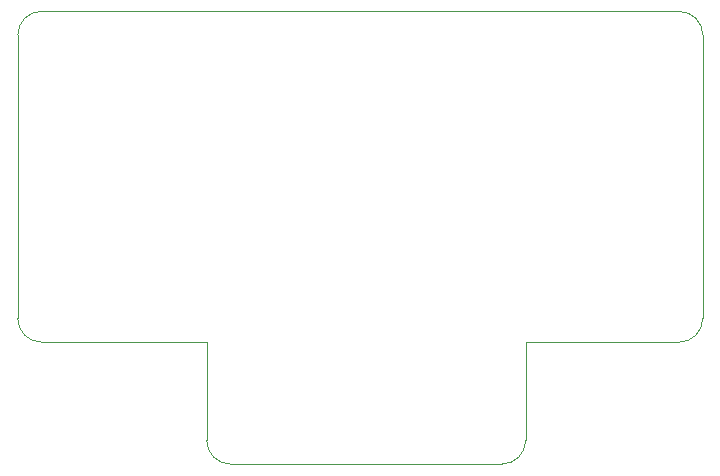
<source format=gbr>
%TF.GenerationSoftware,KiCad,Pcbnew,(6.0.9-0)*%
%TF.CreationDate,2023-02-23T20:44:17-08:00*%
%TF.ProjectId,esp32 caliper,65737033-3220-4636-916c-697065722e6b,rev?*%
%TF.SameCoordinates,Original*%
%TF.FileFunction,Profile,NP*%
%FSLAX46Y46*%
G04 Gerber Fmt 4.6, Leading zero omitted, Abs format (unit mm)*
G04 Created by KiCad (PCBNEW (6.0.9-0)) date 2023-02-23 20:44:17*
%MOMM*%
%LPD*%
G01*
G04 APERTURE LIST*
%TA.AperFunction,Profile*%
%ADD10C,0.100000*%
%TD*%
G04 APERTURE END LIST*
D10*
X179950000Y-82175000D02*
X179950000Y-90500000D01*
X138950000Y-54175000D02*
X192950000Y-54175000D01*
X136950000Y-80175000D02*
G75*
G03*
X138950000Y-82175000I2000000J0D01*
G01*
X192950000Y-82175000D02*
G75*
G03*
X194950000Y-80175000I0J2000000D01*
G01*
X194950000Y-56175000D02*
X194950000Y-80175000D01*
X152950000Y-90500000D02*
X152950000Y-82175000D01*
X194950000Y-56175000D02*
G75*
G03*
X192950000Y-54175000I-2000000J0D01*
G01*
X136950000Y-56175000D02*
X136950000Y-80175000D01*
X138950000Y-54175000D02*
G75*
G03*
X136950000Y-56175000I0J-2000000D01*
G01*
X177950000Y-92500000D02*
G75*
G03*
X179950000Y-90500000I0J2000000D01*
G01*
X152950000Y-90500000D02*
G75*
G03*
X154950000Y-92500000I2000000J0D01*
G01*
X177950000Y-92500000D02*
X154950000Y-92500000D01*
X192950000Y-82175000D02*
X179950000Y-82175000D01*
X152950000Y-82175000D02*
X138950000Y-82175000D01*
M02*

</source>
